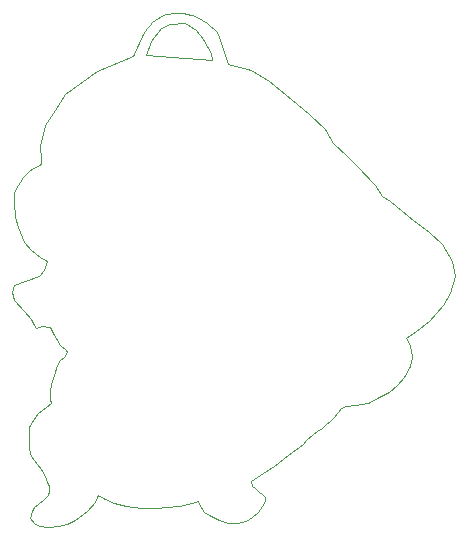
<source format=gm1>
G04 #@! TF.FileFunction,Profile,NP*
%FSLAX46Y46*%
G04 Gerber Fmt 4.6, Leading zero omitted, Abs format (unit mm)*
G04 Created by KiCad (PCBNEW 4.0.5+dfsg1-4) date Sun Sep 22 01:50:27 2019*
%MOMM*%
%LPD*%
G01*
G04 APERTURE LIST*
%ADD10C,0.100000*%
G04 APERTURE END LIST*
D10*
X137784438Y-103830542D02*
X138057727Y-104412761D01*
X138057727Y-104412761D02*
X138629151Y-105348474D01*
X138629151Y-105348474D02*
X139175730Y-105847521D01*
X139175730Y-105847521D02*
X139262684Y-105993077D01*
X139262684Y-105993077D02*
X139026662Y-106377757D01*
X139026662Y-106377757D02*
X138678838Y-106668867D01*
X138678838Y-106668867D02*
X138442816Y-107063946D01*
X138442816Y-107063946D02*
X138132260Y-107937276D01*
X138132260Y-107937276D02*
X137933503Y-108706640D01*
X137933503Y-108706640D02*
X137846549Y-109247273D01*
X137846549Y-109247273D02*
X137834130Y-109964652D01*
X137834130Y-109964652D02*
X137871398Y-110338938D01*
X137871398Y-110338938D02*
X137486308Y-110598858D01*
X137486308Y-110598858D02*
X136790662Y-111129094D01*
X136790662Y-111129094D02*
X136405572Y-111700918D01*
X136405572Y-111700918D02*
X136082594Y-112345520D01*
X136082594Y-112345520D02*
X136020488Y-113135677D01*
X136020488Y-113135677D02*
X136032907Y-114227338D01*
X136032907Y-114227338D02*
X136219240Y-114799163D01*
X136219240Y-114799163D02*
X136467685Y-115121464D01*
X136467685Y-115121464D02*
X136740975Y-115454163D01*
X136740975Y-115454163D02*
X137063953Y-115890827D01*
X137063953Y-115890827D02*
X137399354Y-116452256D01*
X137399354Y-116452256D02*
X137598110Y-116982491D01*
X137598110Y-116982491D02*
X137697483Y-117315189D01*
X137697483Y-117315189D02*
X137747170Y-117741457D01*
X137747170Y-117741457D02*
X137610526Y-118105346D01*
X137610526Y-118105346D02*
X137287548Y-118438042D01*
X137287548Y-118438042D02*
X136803079Y-118822725D01*
X136803079Y-118822725D02*
X136430412Y-119082644D01*
X136430412Y-119082644D02*
X136281344Y-119446532D01*
X136281344Y-119446532D02*
X136169544Y-119997563D01*
X136169544Y-119997563D02*
X136455256Y-120423831D01*
X136455256Y-120423831D02*
X136852768Y-120673355D01*
X136852768Y-120673355D02*
X137610526Y-120756525D01*
X137610526Y-120756525D02*
X138492506Y-120704535D01*
X138492506Y-120704535D02*
X139287530Y-120527791D01*
X139287530Y-120527791D02*
X139933488Y-120195092D01*
X139933488Y-120195092D02*
X140914845Y-119425730D01*
X140914845Y-119425730D02*
X141635336Y-118677160D01*
X141635336Y-118677160D02*
X141809248Y-118271686D01*
X141809248Y-118271686D02*
X141908622Y-118126130D01*
X141908622Y-118126130D02*
X142504889Y-118406844D01*
X142504889Y-118406844D02*
X143200536Y-118739540D01*
X143200536Y-118739540D02*
X144268850Y-118989064D01*
X144268850Y-118989064D02*
X145598032Y-119155412D01*
X145598032Y-119155412D02*
X146840256Y-119196992D01*
X146840256Y-119196992D02*
X147660126Y-119145012D01*
X147660126Y-119145012D02*
X148778127Y-119020251D01*
X148778127Y-119020251D02*
X149809175Y-118781124D01*
X149809175Y-118781124D02*
X150343332Y-118614773D01*
X150343332Y-118614773D02*
X150442702Y-118874695D01*
X150442702Y-118874695D02*
X150877480Y-119550487D01*
X150877480Y-119550487D02*
X151424060Y-119893582D01*
X151424060Y-119893582D02*
X152094861Y-120226278D01*
X152094861Y-120226278D02*
X152902308Y-120455007D01*
X152902308Y-120455007D02*
X153660066Y-120465397D01*
X153660066Y-120465397D02*
X154380556Y-120247063D01*
X154380556Y-120247063D02*
X154914714Y-119924762D01*
X154914714Y-119924762D02*
X155473714Y-119540082D01*
X155473714Y-119540082D02*
X155784271Y-118989050D01*
X155784271Y-118989050D02*
X155995448Y-118604369D01*
X155995448Y-118604369D02*
X155983028Y-118292467D01*
X155983028Y-118292467D02*
X155771851Y-118042943D01*
X155771851Y-118042943D02*
X155535828Y-117814212D01*
X155535828Y-117814212D02*
X155188006Y-117533499D01*
X155188006Y-117533499D02*
X154951983Y-117294371D01*
X154951983Y-117294371D02*
X154840183Y-116930485D01*
X154840183Y-116930485D02*
X155101050Y-116732945D01*
X155101050Y-116732945D02*
X155896074Y-116254693D01*
X155896074Y-116254693D02*
X156802898Y-115599692D01*
X156802898Y-115599692D02*
X157958168Y-114726362D01*
X157958168Y-114726362D02*
X159212815Y-113749065D01*
X159212815Y-113749065D02*
X159535794Y-113468351D01*
X159535794Y-113468351D02*
X160119640Y-112948511D01*
X160119640Y-112948511D02*
X160467463Y-112636605D01*
X160467463Y-112636605D02*
X160863322Y-112378696D01*
X160863322Y-112378696D02*
X161229295Y-112088163D01*
X161229295Y-112088163D02*
X161527529Y-111809825D01*
X161527529Y-111809825D02*
X161862989Y-111473646D01*
X161862989Y-111473646D02*
X162479868Y-110733995D01*
X162479868Y-110733995D02*
X162889803Y-110567646D01*
X162889803Y-110567646D02*
X163647560Y-110505266D01*
X163647560Y-110505266D02*
X164765572Y-110255755D01*
X164765572Y-110255755D02*
X165684818Y-109819088D01*
X165684818Y-109819088D02*
X166554376Y-109340837D01*
X166554376Y-109340837D02*
X167225177Y-108800203D01*
X167225177Y-108800203D02*
X167796601Y-108093220D01*
X167796601Y-108093220D02*
X168318336Y-107136716D01*
X168318336Y-107136716D02*
X168504668Y-106440131D01*
X168504668Y-106440131D02*
X168417718Y-105774735D01*
X168417718Y-105774735D02*
X168243806Y-105244499D01*
X168243806Y-105244499D02*
X167970517Y-104766246D01*
X167970517Y-104766246D02*
X168802807Y-104204818D01*
X168802807Y-104204818D02*
X169945655Y-103321092D01*
X169945655Y-103321092D02*
X171125770Y-101969507D01*
X171125770Y-101969507D02*
X171697194Y-100961018D01*
X171697194Y-100961018D02*
X172094706Y-99515862D01*
X172094706Y-99515862D02*
X171871105Y-98289040D01*
X171871105Y-98289040D02*
X171038814Y-96833490D01*
X171038814Y-96833490D02*
X169908388Y-95814600D01*
X169908388Y-95814600D02*
X168529518Y-94837301D01*
X168529518Y-94837301D02*
X167635115Y-94078348D01*
X167635115Y-94078348D02*
X166616491Y-93215414D01*
X166616491Y-93215414D02*
X165945690Y-92737161D01*
X165945690Y-92737161D02*
X165299729Y-91874224D01*
X165299729Y-91874224D02*
X163833903Y-90231530D01*
X163833903Y-90231530D02*
X162927079Y-89347802D01*
X162927079Y-89347802D02*
X161809076Y-88318519D01*
X161809076Y-88318519D02*
X161063740Y-87112490D01*
X161063740Y-87112490D02*
X159722137Y-85802493D01*
X159722137Y-85802493D02*
X158231467Y-84575670D01*
X158231467Y-84575670D02*
X156343285Y-82995357D01*
X156343285Y-82995357D02*
X154877459Y-82142820D01*
X154877459Y-82142820D02*
X152865053Y-81581393D01*
X152865053Y-81581393D02*
X152017415Y-79073040D01*
X152017415Y-79073040D02*
X151879364Y-78840599D01*
X151879364Y-78840599D02*
X151671347Y-78593400D01*
X151671347Y-78593400D02*
X151400949Y-78341271D01*
X151400949Y-78341271D02*
X151075756Y-78094038D01*
X151075756Y-78094038D02*
X150703350Y-77861529D01*
X150703350Y-77861529D02*
X150291318Y-77653570D01*
X150291318Y-77653570D02*
X149847244Y-77479988D01*
X149847244Y-77479988D02*
X149378712Y-77350610D01*
X149378712Y-77350610D02*
X149137645Y-77305568D01*
X149137645Y-77305568D02*
X148893308Y-77275263D01*
X148893308Y-77275263D02*
X148646648Y-77260922D01*
X148646648Y-77260922D02*
X148398615Y-77263774D01*
X148398615Y-77263774D02*
X148150156Y-77285047D01*
X148150156Y-77285047D02*
X147902219Y-77325969D01*
X147902219Y-77325969D02*
X147655752Y-77387770D01*
X147655752Y-77387770D02*
X147411703Y-77471677D01*
X147411703Y-77471677D02*
X147171021Y-77578918D01*
X147171021Y-77578918D02*
X146934654Y-77710722D01*
X146934654Y-77710722D02*
X146703549Y-77868318D01*
X146703549Y-77868318D02*
X146478655Y-78052934D01*
X146478655Y-78052934D02*
X146260920Y-78265798D01*
X146260920Y-78265798D02*
X146051291Y-78508138D01*
X146051291Y-78508138D02*
X145850718Y-78781183D01*
X145850718Y-78781183D02*
X145660147Y-79086161D01*
X145660147Y-79086161D02*
X144840278Y-80936791D01*
X144840278Y-80936791D02*
X141759559Y-82205200D01*
X141759559Y-82205200D02*
X139109186Y-84141786D01*
X139109186Y-84141786D02*
X138239628Y-85472576D01*
X138239628Y-85472576D02*
X137436614Y-86800585D01*
X137436614Y-86800585D02*
X136939725Y-88505660D01*
X136939725Y-88505660D02*
X137088791Y-89566134D01*
X137088791Y-89566134D02*
X137088791Y-90023594D01*
X137088791Y-90023594D02*
X136140325Y-90608407D01*
X136140325Y-90608407D02*
X135558692Y-91152902D01*
X135558692Y-91152902D02*
X135248865Y-91615599D01*
X135248865Y-91615599D02*
X134912000Y-92087290D01*
X134912000Y-92087290D02*
X134778226Y-92520094D01*
X134778226Y-92520094D02*
X134778252Y-93246601D01*
X134778252Y-93246601D02*
X134827939Y-94577390D01*
X134827939Y-94577390D02*
X135076384Y-95388342D01*
X135076384Y-95388342D02*
X135647808Y-96635957D01*
X135647808Y-96635957D02*
X136194387Y-97342939D01*
X136194387Y-97342939D02*
X137014256Y-97966747D01*
X137014256Y-97966747D02*
X137585680Y-98237064D01*
X137585680Y-98237064D02*
X137287546Y-99027221D01*
X137287546Y-99027221D02*
X136914877Y-99526266D01*
X136914877Y-99526266D02*
X135672652Y-99942139D01*
X135672652Y-99942139D02*
X134778250Y-100316423D01*
X134778250Y-100316423D02*
X134579495Y-100877851D01*
X134579495Y-100877851D02*
X134803095Y-101543246D01*
X134803095Y-101543246D02*
X135622963Y-102499751D01*
X135622963Y-102499751D02*
X136244076Y-103206734D01*
X136244076Y-103206734D02*
X136467677Y-103664192D01*
X136467677Y-103664192D02*
X136616743Y-103913715D01*
X136616743Y-103913715D02*
X137113634Y-103809748D01*
X137113634Y-103809748D02*
X137784438Y-103830538D01*
X137784438Y-103830538D02*
X137784438Y-103830542D01*
X145908592Y-80820544D02*
X146368216Y-79645706D01*
X146368216Y-79645706D02*
X147250195Y-78574836D01*
X147250195Y-78574836D02*
X147945842Y-78179757D01*
X147945842Y-78179757D02*
X149287444Y-78158964D01*
X149287444Y-78158964D02*
X150219113Y-78720391D01*
X150219113Y-78720391D02*
X150790537Y-79458564D01*
X150790537Y-79458564D02*
X151411650Y-80654196D01*
X151411650Y-80654196D02*
X151498600Y-81278004D01*
X151498600Y-81278004D02*
X145945852Y-80862131D01*
X145945852Y-80862131D02*
X145908592Y-80820544D01*
X145908592Y-80820544D02*
X145908592Y-80820544D01*
M02*

</source>
